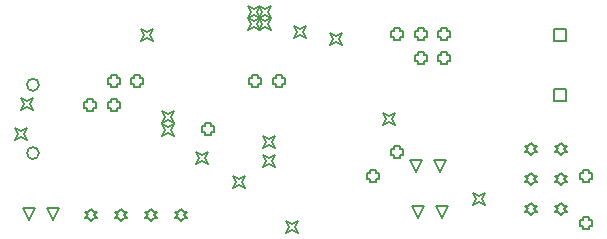
<source format=gbr>
G04*
G04 #@! TF.GenerationSoftware,Altium Limited,Altium Designer,24.2.2 (26)*
G04*
G04 Layer_Color=2752767*
%FSLAX44Y44*%
%MOMM*%
G71*
G04*
G04 #@! TF.SameCoordinates,200C4C84-4450-49E8-9A81-A87B66CA8C1A*
G04*
G04*
G04 #@! TF.FilePolarity,Positive*
G04*
G01*
G75*
%ADD16C,0.1270*%
%ADD75C,0.1693*%
D16*
X509910Y43180D02*
X512450Y45720D01*
X514990D01*
X512450Y48260D01*
X514990Y50800D01*
X512450D01*
X509910Y53340D01*
X507370Y50800D01*
X504830D01*
X507370Y48260D01*
X504830Y45720D01*
X507370D01*
X509910Y43180D01*
X484510Y17780D02*
X487050Y20320D01*
X489590D01*
X487050Y22860D01*
X489590Y25400D01*
X487050D01*
X484510Y27940D01*
X481970Y25400D01*
X479430D01*
X481970Y22860D01*
X479430Y20320D01*
X481970D01*
X484510Y17780D01*
Y43180D02*
X487050Y45720D01*
X489590D01*
X487050Y48260D01*
X489590Y50800D01*
X487050D01*
X484510Y53340D01*
X481970Y50800D01*
X479430D01*
X481970Y48260D01*
X479430Y45720D01*
X481970D01*
X484510Y43180D01*
Y68580D02*
X487050Y71120D01*
X489590D01*
X487050Y73660D01*
X489590Y76200D01*
X487050D01*
X484510Y78740D01*
X481970Y76200D01*
X479430D01*
X481970Y73660D01*
X479430Y71120D01*
X481970D01*
X484510Y68580D01*
X509910D02*
X512450Y71120D01*
X514990D01*
X512450Y73660D01*
X514990Y76200D01*
X512450D01*
X509910Y78740D01*
X507370Y76200D01*
X504830D01*
X507370Y73660D01*
X504830Y71120D01*
X507370D01*
X509910Y68580D01*
Y17780D02*
X512450Y20320D01*
X514990D01*
X512450Y22860D01*
X514990Y25400D01*
X512450D01*
X509910Y27940D01*
X507370Y25400D01*
X504830D01*
X507370Y22860D01*
X504830Y20320D01*
X507370D01*
X509910Y17780D01*
X407670Y54610D02*
X402590Y64770D01*
X412750D01*
X407670Y54610D01*
X387350D02*
X382270Y64770D01*
X392430D01*
X387350Y54610D01*
X59690Y13970D02*
X54610Y24130D01*
X64770D01*
X59690Y13970D01*
X80010D02*
X74930Y24130D01*
X85090D01*
X80010Y13970D01*
X408940Y15240D02*
X403860Y25400D01*
X414020D01*
X408940Y15240D01*
X388620D02*
X383540Y25400D01*
X393700D01*
X388620Y15240D01*
X504190Y165100D02*
Y175260D01*
X514350D01*
Y165100D01*
X504190D01*
Y114300D02*
Y124460D01*
X514350D01*
Y114300D01*
X504190D01*
X162560Y12446D02*
X165100Y14986D01*
X167640D01*
X165100Y17526D01*
X167640Y20066D01*
X165100D01*
X162560Y22606D01*
X160020Y20066D01*
X157480D01*
X160020Y17526D01*
X157480Y14986D01*
X160020D01*
X162560Y12446D01*
X187960D02*
X190500Y14986D01*
X193040D01*
X190500Y17526D01*
X193040Y20066D01*
X190500D01*
X187960Y22606D01*
X185420Y20066D01*
X182880D01*
X185420Y17526D01*
X182880Y14986D01*
X185420D01*
X187960Y12446D01*
X137160D02*
X139700Y14986D01*
X142240D01*
X139700Y17526D01*
X142240Y20066D01*
X139700D01*
X137160Y22606D01*
X134620Y20066D01*
X132080D01*
X134620Y17526D01*
X132080Y14986D01*
X134620D01*
X137160Y12446D01*
X111760D02*
X114300Y14986D01*
X116840D01*
X114300Y17526D01*
X116840Y20066D01*
X114300D01*
X111760Y22606D01*
X109220Y20066D01*
X106680D01*
X109220Y17526D01*
X106680Y14986D01*
X109220D01*
X111760Y12446D01*
X435864Y26670D02*
X438404Y31750D01*
X435864Y36830D01*
X440944Y34290D01*
X446024Y36830D01*
X443484Y31750D01*
X446024Y26670D01*
X440944Y29210D01*
X435864Y26670D01*
X277622Y3048D02*
X280162Y8128D01*
X277622Y13208D01*
X282702Y10668D01*
X287782Y13208D01*
X285242Y8128D01*
X287782Y3048D01*
X282702Y5588D01*
X277622Y3048D01*
X258064Y74930D02*
X260604Y80010D01*
X258064Y85090D01*
X263144Y82550D01*
X268224Y85090D01*
X265684Y80010D01*
X268224Y74930D01*
X263144Y77470D01*
X258064Y74930D01*
X528771Y48441D02*
Y45901D01*
X533851D01*
Y48441D01*
X536391D01*
Y53521D01*
X533851D01*
Y56061D01*
X528771D01*
Y53521D01*
X526231D01*
Y48441D01*
X528771D01*
Y8441D02*
Y5901D01*
X533851D01*
Y8441D01*
X536391D01*
Y13521D01*
X533851D01*
Y16061D01*
X528771D01*
Y13521D01*
X526231D01*
Y8441D01*
X528771D01*
X408771Y168441D02*
Y165901D01*
X413851D01*
Y168441D01*
X416391D01*
Y173521D01*
X413851D01*
Y176061D01*
X408771D01*
Y173521D01*
X406231D01*
Y168441D01*
X408771D01*
Y148441D02*
Y145901D01*
X413851D01*
Y148441D01*
X416391D01*
Y153521D01*
X413851D01*
Y156061D01*
X408771D01*
Y153521D01*
X406231D01*
Y148441D01*
X408771D01*
X388771Y168441D02*
Y165901D01*
X393851D01*
Y168441D01*
X396391D01*
Y173521D01*
X393851D01*
Y176061D01*
X388771D01*
Y173521D01*
X386231D01*
Y168441D01*
X388771D01*
Y148441D02*
Y145901D01*
X393851D01*
Y148441D01*
X396391D01*
Y153521D01*
X393851D01*
Y156061D01*
X388771D01*
Y153521D01*
X386231D01*
Y148441D01*
X388771D01*
X368771Y168441D02*
Y165901D01*
X373851D01*
Y168441D01*
X376391D01*
Y173521D01*
X373851D01*
Y176061D01*
X368771D01*
Y173521D01*
X366231D01*
Y168441D01*
X368771D01*
Y68441D02*
Y65901D01*
X373851D01*
Y68441D01*
X376391D01*
Y73521D01*
X373851D01*
Y76061D01*
X368771D01*
Y73521D01*
X366231D01*
Y68441D01*
X368771D01*
X348771Y48441D02*
Y45901D01*
X353851D01*
Y48441D01*
X356391D01*
Y53521D01*
X353851D01*
Y56061D01*
X348771D01*
Y53521D01*
X346231D01*
Y48441D01*
X348771D01*
X268771Y128441D02*
Y125901D01*
X273851D01*
Y128441D01*
X276391D01*
Y133521D01*
X273851D01*
Y136061D01*
X268771D01*
Y133521D01*
X266231D01*
Y128441D01*
X268771D01*
X248771D02*
Y125901D01*
X253851D01*
Y128441D01*
X256391D01*
Y133521D01*
X253851D01*
Y136061D01*
X248771D01*
Y133521D01*
X246231D01*
Y128441D01*
X248771D01*
X208771Y88441D02*
Y85901D01*
X213851D01*
Y88441D01*
X216391D01*
Y93521D01*
X213851D01*
Y96061D01*
X208771D01*
Y93521D01*
X206231D01*
Y88441D01*
X208771D01*
X148771Y128441D02*
Y125901D01*
X153851D01*
Y128441D01*
X156391D01*
Y133521D01*
X153851D01*
Y136061D01*
X148771D01*
Y133521D01*
X146231D01*
Y128441D01*
X148771D01*
X128771D02*
Y125901D01*
X133851D01*
Y128441D01*
X136391D01*
Y133521D01*
X133851D01*
Y136061D01*
X128771D01*
Y133521D01*
X126231D01*
Y128441D01*
X128771D01*
Y108441D02*
Y105901D01*
X133851D01*
Y108441D01*
X136391D01*
Y113521D01*
X133851D01*
Y116061D01*
X128771D01*
Y113521D01*
X126231D01*
Y108441D01*
X128771D01*
X108771D02*
Y105901D01*
X113851D01*
Y108441D01*
X116391D01*
Y113521D01*
X113851D01*
Y116061D01*
X108771D01*
Y113521D01*
X106231D01*
Y108441D01*
X108771D01*
X245110Y174752D02*
X247650Y179832D01*
X245110Y184912D01*
X250190Y182372D01*
X255270Y184912D01*
X252730Y179832D01*
X255270Y174752D01*
X250190Y177292D01*
X245110Y174752D01*
X254508D02*
X257048Y179832D01*
X254508Y184912D01*
X259588Y182372D01*
X264668Y184912D01*
X262128Y179832D01*
X264668Y174752D01*
X259588Y177292D01*
X254508Y174752D01*
Y184658D02*
X257048Y189738D01*
X254508Y194818D01*
X259588Y192278D01*
X264668Y194818D01*
X262128Y189738D01*
X264668Y184658D01*
X259588Y187198D01*
X254508Y184658D01*
X245110D02*
X247650Y189738D01*
X245110Y194818D01*
X250190Y192278D01*
X255270Y194818D01*
X252730Y189738D01*
X255270Y184658D01*
X250190Y187198D01*
X245110Y184658D01*
X283718Y167894D02*
X286258Y172974D01*
X283718Y178054D01*
X288798Y175514D01*
X293878Y178054D01*
X291338Y172974D01*
X293878Y167894D01*
X288798Y170434D01*
X283718Y167894D01*
X172212Y85090D02*
X174752Y90170D01*
X172212Y95250D01*
X177292Y92710D01*
X182372Y95250D01*
X179832Y90170D01*
X182372Y85090D01*
X177292Y87630D01*
X172212Y85090D01*
Y96012D02*
X174752Y101092D01*
X172212Y106172D01*
X177292Y103632D01*
X182372Y106172D01*
X179832Y101092D01*
X182372Y96012D01*
X177292Y98552D01*
X172212Y96012D01*
X200845Y60950D02*
X203385Y66030D01*
X200845Y71110D01*
X205925Y68570D01*
X211005Y71110D01*
X208465Y66030D01*
X211005Y60950D01*
X205925Y63490D01*
X200845Y60950D01*
X154432Y164846D02*
X156972Y169926D01*
X154432Y175006D01*
X159512Y172466D01*
X164592Y175006D01*
X162052Y169926D01*
X164592Y164846D01*
X159512Y167386D01*
X154432Y164846D01*
X359156Y93726D02*
X361696Y98806D01*
X359156Y103886D01*
X364236Y101346D01*
X369316Y103886D01*
X366776Y98806D01*
X369316Y93726D01*
X364236Y96266D01*
X359156Y93726D01*
X314706Y161798D02*
X317246Y166878D01*
X314706Y171958D01*
X319786Y169418D01*
X324866Y171958D01*
X322326Y166878D01*
X324866Y161798D01*
X319786Y164338D01*
X314706Y161798D01*
X52578Y107188D02*
X55118Y112268D01*
X52578Y117348D01*
X57658Y114808D01*
X62738Y117348D01*
X60198Y112268D01*
X62738Y107188D01*
X57658Y109728D01*
X52578Y107188D01*
X48006Y81788D02*
X50546Y86868D01*
X48006Y91948D01*
X53086Y89408D01*
X58166Y91948D01*
X55626Y86868D01*
X58166Y81788D01*
X53086Y84328D01*
X48006Y81788D01*
X232156Y40640D02*
X234696Y45720D01*
X232156Y50800D01*
X237236Y48260D01*
X242316Y50800D01*
X239776Y45720D01*
X242316Y40640D01*
X237236Y43180D01*
X232156Y40640D01*
X257810Y58928D02*
X260350Y64008D01*
X257810Y69088D01*
X262890Y66548D01*
X267970Y69088D01*
X265430Y64008D01*
X267970Y58928D01*
X262890Y61468D01*
X257810Y58928D01*
D75*
X68090Y70360D02*
G03*
X68090Y70360I-5080J0D01*
G01*
X68090Y128160D02*
G03*
X68090Y128160I-5080J0D01*
G01*
M02*

</source>
